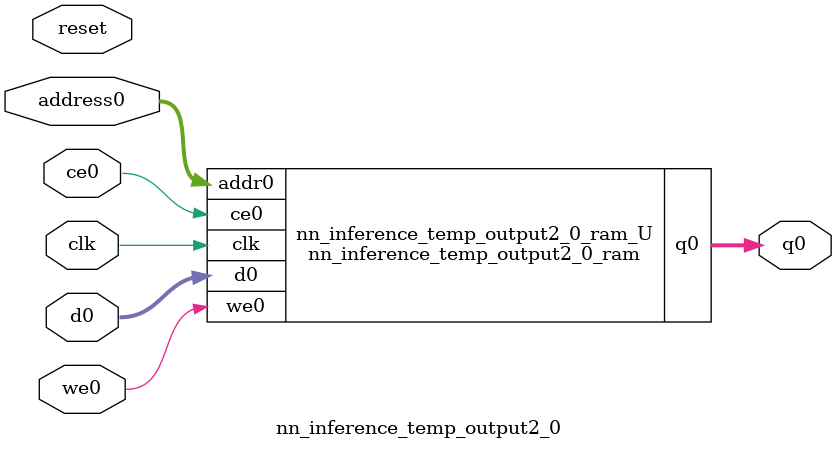
<source format=v>
`timescale 1 ns / 1 ps
module nn_inference_temp_output2_0_ram (addr0, ce0, d0, we0, q0,  clk);

parameter DWIDTH = 16;
parameter AWIDTH = 3;
parameter MEM_SIZE = 5;

input[AWIDTH-1:0] addr0;
input ce0;
input[DWIDTH-1:0] d0;
input we0;
output reg[DWIDTH-1:0] q0;
input clk;

reg [DWIDTH-1:0] ram[0:MEM_SIZE-1];




always @(posedge clk)  
begin 
    if (ce0) begin
        if (we0) 
            ram[addr0] <= d0; 
        q0 <= ram[addr0];
    end
end


endmodule

`timescale 1 ns / 1 ps
module nn_inference_temp_output2_0(
    reset,
    clk,
    address0,
    ce0,
    we0,
    d0,
    q0);

parameter DataWidth = 32'd16;
parameter AddressRange = 32'd5;
parameter AddressWidth = 32'd3;
input reset;
input clk;
input[AddressWidth - 1:0] address0;
input ce0;
input we0;
input[DataWidth - 1:0] d0;
output[DataWidth - 1:0] q0;



nn_inference_temp_output2_0_ram nn_inference_temp_output2_0_ram_U(
    .clk( clk ),
    .addr0( address0 ),
    .ce0( ce0 ),
    .we0( we0 ),
    .d0( d0 ),
    .q0( q0 ));

endmodule


</source>
